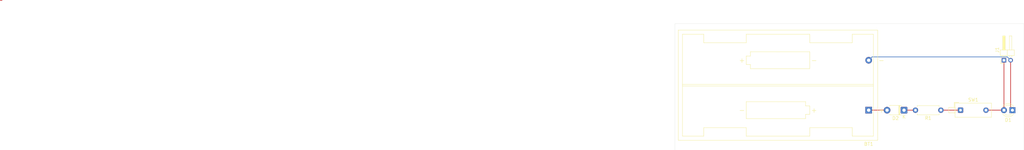
<source format=kicad_pcb>
(kicad_pcb (version 20241229) (generator "pcbnew") (generator_version "9.0")
  (layers (0 "F.Cu" signal) (2 "B.Cu" signal) (13 "F.Paste" user) (15 "B.Paste" user) (5 "F.SilkS" user "F.Silkscreen") (7 "B.SilkS" user "B.Silkscreen") (1 "F.Mask" user) (3 "B.Mask" user) (25 "Edge.Cuts" user))
  (net 0 "")
  (net 1 "Net-(BT1-+)")
  (net 2 "Net-(BT1--)")
  (net 3 "Net-(D1-A)")
  (net 4 "Net-(D2-K)")
  (net 5 "Net-(R1-Pad1)")
  (footprint "Button_Switch_THT:SW_DIP_SPSTx01_Piano_10.8x4.1mm_W7.62mm_P2.54mm" (layer "F.Cu") (at 161.5 89)
    (property "Reference" "SW1" (at 3.81 -3.11 0) (layer "F.SilkS"))
    (property "Value" "SW_Push")
    (fp_line (start -3.51 -0.81) (end -1.65 -0.81) (stroke (width 0.12)) (layer "F.SilkS"))
    (fp_line (start -3.51 0.81) (end -3.51 -0.81) (stroke (width 0.12)) (layer "F.SilkS"))
    (fp_line (start -1.89 -2.35) (end -1.89 -0.967) (stroke (width 0.12)) (layer "F.SilkS"))
    (fp_line (start -1.89 -2.35) (end -0.507 -2.35) (stroke (width 0.12)) (layer "F.SilkS"))
    (fp_line (start -1.65 -2.11) (end -1.65 2.11) (stroke (width 0.12)) (layer "F.SilkS"))
    (fp_line (start -1.65 -2.11) (end 9.27 -2.11) (stroke (width 0.12)) (layer "F.SilkS"))
    (fp_line (start -1.65 -0.81) (end -1.65 0.81) (stroke (width 0.12)) (layer "F.SilkS"))
    (fp_line (start -1.65 0.81) (end -3.51 0.81) (stroke (width 0.12)) (layer "F.SilkS"))
    (fp_line (start -1.65 2.11) (end 9.27 2.11) (stroke (width 0.12)) (layer "F.SilkS"))
    (fp_line (start 9.27 -2.11) (end 9.27 2.11) (stroke (width 0.12)) (layer "F.SilkS"))
    (pad "1" thru_hole roundrect (at 0 0) (size 1.6 1.6) (drill 0.8) (layers "*.Cu" "*.Mask") (roundrect_rratio 0.15625) (net 5 "Net-(R1-Pad1)"))
    (pad "2" thru_hole circle (at 7.62 0) (size 1.6 1.6) (drill 0.8) (layers "*.Cu" "*.Mask") (net 3 "Net-(D1-A)"))
  )
  (footprint "Resistor_THT:R_Axial_DIN0207_L6.3mm_D2.5mm_P7.62mm_Horizontal" (layer "F.Cu") (at 155.62 89 180)
    (property "Reference" "R1" (at 3.81 -2.37 0) (layer "F.SilkS"))
    (property "Value" "R")
    (fp_line (start 7.08 1.37) (end 7.08 1.04) (stroke (width 0.12)) (layer "F.SilkS"))
    (fp_line (start 7.08 -1.37) (end 7.08 -1.04) (stroke (width 0.12)) (layer "F.SilkS"))
    (fp_line (start 0.54 1.37) (end 7.08 1.37) (stroke (width 0.12)) (layer "F.SilkS"))
    (fp_line (start 0.54 1.04) (end 0.54 1.37) (stroke (width 0.12)) (layer "F.SilkS"))
    (fp_line (start 0.54 -1.04) (end 0.54 -1.37) (stroke (width 0.12)) (layer "F.SilkS"))
    (fp_line (start 0.54 -1.37) (end 7.08 -1.37) (stroke (width 0.12)) (layer "F.SilkS"))
    (pad "1" thru_hole circle (at 0 0 180) (size 1.6 1.6) (drill 0.8) (layers "*.Cu" "*.Mask") (net 5 "Net-(R1-Pad1)"))
    (pad "2" thru_hole circle (at 7.62 0 180) (size 1.6 1.6) (drill 0.8) (layers "*.Cu" "*.Mask") (net 4 "Net-(D2-K)"))
  )
  (footprint "Diode_THT:D_T-1_P5.08mm_Horizontal" (layer "F.Cu") (at 144.58 89 180)
    (property "Reference" "D2" (at 2.54 -2.42 0) (layer "F.SilkS"))
    (property "Value" "D_Small")
    (fp_line (start 4.26 1.42) (end 4.26 1.24) (stroke (width 0.12)) (layer "F.SilkS"))
    (fp_line (start 4.26 -1.42) (end 4.26 -1.24) (stroke (width 0.12)) (layer "F.SilkS"))
    (fp_line (start 1.54 -1.42) (end 1.54 1.42) (stroke (width 0.12)) (layer "F.SilkS"))
    (fp_line (start 1.42 -1.42) (end 1.42 1.42) (stroke (width 0.12)) (layer "F.SilkS"))
    (fp_line (start 1.3 -1.42) (end 1.3 1.42) (stroke (width 0.12)) (layer "F.SilkS"))
    (fp_line (start 0.82 1.42) (end 4.26 1.42) (stroke (width 0.12)) (layer "F.SilkS"))
    (fp_line (start 0.82 1.24) (end 0.82 1.42) (stroke (width 0.12)) (layer "F.SilkS"))
    (fp_line (start 0.82 -1.24) (end 0.82 -1.42) (stroke (width 0.12)) (layer "F.SilkS"))
    (fp_line (start 0.82 -1.42) (end 4.26 -1.42) (stroke (width 0.12)) (layer "F.SilkS"))
    (fp_text user "K" (at 0 -2 0) (layer "F.SilkS"))
    (pad "1" thru_hole roundrect (at 0 0 180) (size 2 2) (drill 1) (layers "*.Cu" "*.Mask") (roundrect_rratio 0.125) (net 4 "Net-(D2-K)"))
    (pad "2" thru_hole circle (at 5.08 0 180) (size 2 2) (drill 1) (layers "*.Cu" "*.Mask") (net 1 "Net-(BT1-+)"))
  )
  (footprint "Battery:BatteryHolder_Keystone_2462_2xAA" (layer "F.Cu") (at 134 88.99 180)
    (property "Reference" "BT1" (at 0 -10.16 0) (layer "F.SilkS"))
    (property "Value" "Battery")
    (fp_line (start 57.02 24.055) (end 57.02 -9.065) (stroke (width 0.12)) (layer "F.SilkS"))
    (fp_line (start 57.02 -9.065) (end -2.69 -9.065) (stroke (width 0.12)) (layer "F.SilkS"))
    (fp_line (start 55.75 22.785) (end 49.375 22.785) (stroke (width 0.12)) (layer "F.SilkS"))
    (fp_line (start 55.75 7.749) (end -1.42 7.749) (stroke (width 0.12)) (layer "F.SilkS"))
    (fp_line (start 55.75 -7.795) (end 55.75 22.785) (stroke (width 0.12)) (layer "F.SilkS"))
    (fp_line (start 55.75 -7.795) (end 49.375 -7.795) (stroke (width 0.12)) (layer "F.SilkS"))
    (fp_line (start 49.375 22.785) (end 49.375 20.245) (stroke (width 0.12)) (layer "F.SilkS"))
    (fp_line (start 49.375 20.245) (end 36.675 20.245) (stroke (width 0.12)) (layer "F.SilkS"))
    (fp_line (start 49.375 -5.255) (end 36.675 -5.255) (stroke (width 0.12)) (layer "F.SilkS"))
    (fp_line (start 49.375 -7.795) (end 49.375 -5.255) (stroke (width 0.12)) (layer "F.SilkS"))
    (fp_line (start 36.675 22.785) (end 36.675 20.245) (stroke (width 0.12)) (layer "F.SilkS"))
    (fp_line (start 36.675 16.26) (end 35.405 16.26) (stroke (width 0.12)) (layer "F.SilkS"))
    (fp_line (start 36.675 13.72) (end 36.675 16.26) (stroke (width 0.12)) (layer "F.SilkS"))
    (fp_line (start 36.675 2.54) (end 18.895 2.54) (stroke (width 0.12)) (layer "F.SilkS"))
    (fp_line (start 36.675 -1.27) (end 36.675 2.54) (stroke (width 0.12)) (layer "F.SilkS"))
    (fp_line (start 36.675 -2.54) (end 36.675 -1.27) (stroke (width 0.12)) (layer "F.SilkS"))
    (fp_line (start 36.675 -5.255) (end 36.675 -7.795) (stroke (width 0.12)) (layer "F.SilkS"))
    (fp_line (start 36.675 -7.795) (end 17.625 -7.795) (stroke (width 0.12)) (layer "F.SilkS"))
    (fp_line (start 35.405 17.53) (end 17.625 17.53) (stroke (width 0.12)) (layer "F.SilkS"))
    (fp_line (start 35.405 16.26) (end 35.405 17.53) (stroke (width 0.12)) (layer "F.SilkS"))
    (fp_line (start 35.405 13.72) (end 36.675 13.72) (stroke (width 0.12)) (layer "F.SilkS"))
    (fp_line (start 35.405 12.45) (end 35.405 13.72) (stroke (width 0.12)) (layer "F.SilkS"))
    (fp_line (start 18.895 2.54) (end 18.895 1.27) (stroke (width 0.12)) (layer "F.SilkS"))
    (fp_line (start 18.895 1.27) (end 17.625 1.27) (stroke (width 0.12)) (layer "F.SilkS"))
    (fp_line (start 18.895 -1.27) (end 18.895 -2.54) (stroke (width 0.12)) (layer "F.SilkS"))
    (fp_line (start 18.895 -2.54) (end 36.675 -2.54) (stroke (width 0.12)) (layer "F.SilkS"))
    (fp_line (start 17.625 22.785) (end 36.675 22.785) (stroke (width 0.12)) (layer "F.SilkS"))
    (fp_line (start 17.625 20.245) (end 17.625 22.785) (stroke (width 0.12)) (layer "F.SilkS"))
    (fp_line (start 17.625 17.53) (end 17.625 12.45) (stroke (width 0.12)) (layer "F.SilkS"))
    (fp_line (start 17.625 12.45) (end 35.405 12.45) (stroke (width 0.12)) (layer "F.SilkS"))
    (fp_line (start 17.625 1.27) (end 17.625 -1.27) (stroke (width 0.12)) (layer "F.SilkS"))
    (fp_line (start 17.625 -1.27) (end 18.895 -1.27) (stroke (width 0.12)) (layer "F.SilkS"))
    (fp_line (start 17.625 -7.795) (end 17.625 -5.255) (stroke (width 0.12)) (layer "F.SilkS"))
    (fp_line (start 4.925 22.785) (end 4.925 20.245) (stroke (width 0.12)) (layer "F.SilkS"))
    (fp_line (start 4.925 20.245) (end 17.625 20.245) (stroke (width 0.12)) (layer "F.SilkS"))
    (fp_line (start 4.925 -5.255) (end 17.625 -5.255) (stroke (width 0.12)) (layer "F.SilkS"))
    (fp_line (start 4.925 -5.255) (end 4.925 -7.795) (stroke (width 0.12)) (layer "F.SilkS"))
    (fp_line (start 4.925 -7.795) (end -1.42 -7.795) (stroke (width 0.12)) (layer "F.SilkS"))
    (fp_line (start -1.42 22.785) (end 4.925 22.785) (stroke (width 0.12)) (layer "F.SilkS"))
    (fp_line (start -1.42 7.241) (end 55.75 7.241) (stroke (width 0.12)) (layer "F.SilkS"))
    (fp_line (start -1.42 -7.795) (end -1.42 22.785) (stroke (width 0.12)) (layer "F.SilkS"))
    (fp_line (start -2.69 24.055) (end 57.02 24.055) (stroke (width 0.12)) (layer "F.SilkS"))
    (fp_line (start -2.69 -9.065) (end -2.69 24.055) (stroke (width 0.12)) (layer "F.SilkS"))
    (fp_text user "-" (at -3.81 14.99 0) (layer "F.SilkS") (effects (font (size 1.5 1.5))))
    (fp_text user "-" (at 37.945 0 0) (layer "F.SilkS") (effects (font (size 1.5 1.5))))
    (fp_text user "+" (at 37.945 14.99 0) (layer "F.SilkS") (effects (font (size 1.5 1.5))))
    (fp_text user "+" (at 16.355 0 0) (layer "F.SilkS") (effects (font (size 1.5 1.5))))
    (fp_text user "-" (at 16.355 14.99 0) (layer "F.SilkS") (effects (font (size 1.5 1.5))))
    (fp_text user "+" (at -3.81 0 0) (layer "F.SilkS") (effects (font (size 1.5 1.5))))
    (pad "" np_thru_hole circle (at 27.165 0 180) (size 3.3 3.3) (drill 3.3) (layers "*.Cu" "*.Mask"))
    (pad "" np_thru_hole circle (at 27.165 14.99 180) (size 3.3 3.3) (drill 3.3) (layers "*.Cu" "*.Mask"))
    (pad "1" thru_hole rect (at 0 0 180) (size 2 2) (drill 1.02) (layers "*.Cu" "*.Mask") (net 1 "Net-(BT1-+)"))
    (pad "2" thru_hole circle (at 0 14.99 180) (size 2 2) (drill 1.02) (layers "*.Cu" "*.Mask") (net 2 "Net-(BT1--)"))
  )
  (footprint "Connector_PinHeader_2.00mm:PinHeader_1x02_P2.00mm_Horizontal" (layer "F.Cu") (at 174.5 74 90)
    (property "Reference" "J1" (at 3.1 -2 90) (layer "F.SilkS"))
    (property "Value" "Conn_01x02")
    (fp_line (start 3.11 -1.11) (end 1.39 -1.11) (stroke (width 0.12)) (layer "F.SilkS"))
    (fp_line (start 1.39 -1.11) (end 1.39 3.11) (stroke (width 0.12)) (layer "F.SilkS"))
    (fp_line (start -1 -1) (end 0 -1) (stroke (width 0.12)) (layer "F.SilkS"))
    (fp_line (start 0.985 -0.36) (end 1.39 -0.36) (stroke (width 0.12)) (layer "F.SilkS"))
    (fp_line (start -1 0) (end -1 -1) (stroke (width 0.12)) (layer "F.SilkS"))
    (fp_line (start 0.985 0.36) (end 1.39 0.36) (stroke (width 0.12)) (layer "F.SilkS"))
    (fp_line (start 1.39 1) (end 3.11 1) (stroke (width 0.12)) (layer "F.SilkS"))
    (fp_line (start 7.31 1.64) (end 7.31 2.36) (stroke (width 0.12)) (layer "F.SilkS"))
    (fp_line (start 3.11 1.64) (end 7.31 1.64) (stroke (width 0.12)) (layer "F.SilkS"))
    (fp_line (start 0.916856 1.64) (end 1.39 1.64) (stroke (width 0.12)) (layer "F.SilkS"))
    (fp_line (start 7.31 2.36) (end 3.11 2.36) (stroke (width 0.12)) (layer "F.SilkS"))
    (fp_line (start 0.916856 2.36) (end 1.39 2.36) (stroke (width 0.12)) (layer "F.SilkS"))
    (fp_line (start 3.11 3.11) (end 3.11 -1.11) (stroke (width 0.12)) (layer "F.SilkS"))
    (fp_line (start 1.39 3.11) (end 3.11 3.11) (stroke (width 0.12)) (layer "F.SilkS"))
    (fp_rect (start 3.11 -0.36) (end 7.31 0.36) (stroke (width 0.12)) (fill yes) (layer "F.SilkS"))
    (pad "1" thru_hole rect (at 0 0 90) (size 1.35 1.35) (drill 0.8) (layers "*.Cu" "*.Mask") (net 3 "Net-(D1-A)"))
    (pad "2" thru_hole circle (at 0 2 90) (size 1.35 1.35) (drill 0.8) (layers "*.Cu" "*.Mask") (net 2 "Net-(BT1--)"))
  )
  (footprint "LED_THT:LED_D3.0mm" (layer "F.Cu") (at 177.04 89 180)
    (property "Reference" "D1" (at 1.27 -2.96 0) (layer "F.SilkS"))
    (property "Value" "LED")
    (fp_line (start -0.29 1.08) (end -0.29 1.236) (stroke (width 0.12)) (layer "F.SilkS"))
    (fp_line (start -0.29 -1.236) (end -0.29 -1.08) (stroke (width 0.12)) (layer "F.SilkS"))
    (fp_arc (start 2.941437 1.08) (mid 1.36566 1.987699) (end -0.29 1.235516) (stroke (width 0.12)) (layer "F.SilkS"))
    (fp_arc (start 2.310961 1.08) (mid 1.27 1.5) (end 0.229039 1.08) (stroke (width 0.12)) (layer "F.SilkS"))
    (fp_arc (start 0.229039 -1.08) (mid 1.27 -1.5) (end 2.310961 -1.08) (stroke (width 0.12)) (layer "F.SilkS"))
    (fp_arc (start -0.29 -1.235516) (mid 1.36566 -1.987699) (end 2.941437 -1.08) (stroke (width 0.12)) (layer "F.SilkS"))
    (pad "1" thru_hole rect (at 0 0 180) (size 1.8 1.8) (drill 0.9) (layers "*.Cu" "*.Mask") (net 2 "Net-(BT1--)"))
    (pad "2" thru_hole circle (at 2.54 0 180) (size 1.8 1.8) (drill 0.9) (layers "*.Cu" "*.Mask") (net 3 "Net-(D1-A)"))
  )
  (gr_rect (start 76 63) (end 180.5 101) (stroke (width 0.05)) (fill no) (layer "Edge.Cuts"))
  (segment (start -126 56) (end -125.5 56) (width 0.2) (layer "F.Cu") (net 0))
  (segment (start 139.49 88.99) (end 139.5 89) (width 0.2) (layer "F.Cu") (net 1))
  (segment (start 134 88.99) (end 139.49 88.99) (width 0.2) (layer "F.Cu") (net 1))
  (segment (start 176.5 88.46) (end 177.04 89) (width 0.2) (layer "F.Cu") (net 2))
  (segment (start 176.5 74) (end 176.5 88.46) (width 0.2) (layer "F.Cu") (net 2))
  (segment (start 135 73) (end 175.5 73) (width 0.2) (layer "B.Cu") (net 2))
  (segment (start 175.5 73) (end 176.5 74) (width 0.2) (layer "B.Cu") (net 2))
  (segment (start 134 74) (end 135 73) (width 0.2) (layer "B.Cu") (net 2))
  (segment (start 174.5 74) (end 174.5 89) (width 0.2) (layer "F.Cu") (net 3))
  (segment (start 169.12 89) (end 174.5 89) (width 0.2) (layer "F.Cu") (net 3))
  (segment (start 144.58 89) (end 148 89) (width 0.2) (layer "F.Cu") (net 4))
  (segment (start 155.62 89) (end 161.5 89) (width 0.2) (layer "F.Cu") (net 5))
)
</source>
